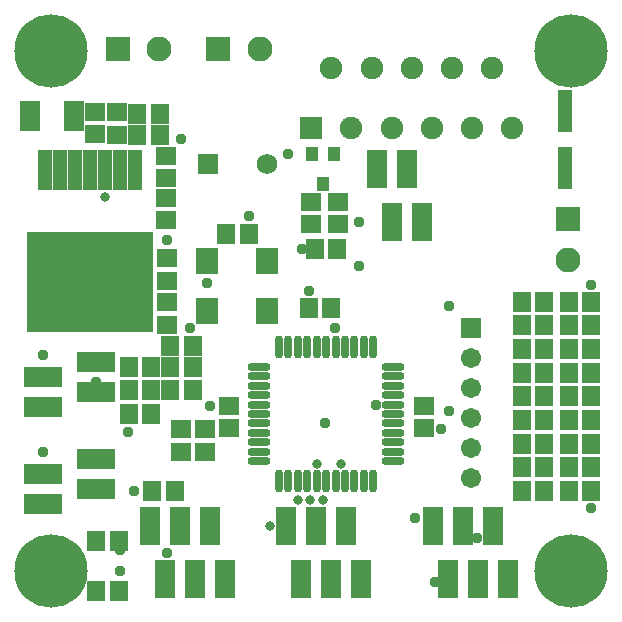
<source format=gts>
G04 Layer_Color=8388736*
%FSLAX25Y25*%
%MOIN*%
G70*
G01*
G75*
%ADD50R,0.12611X0.06706*%
%ADD51R,0.06706X0.12611*%
%ADD52R,0.05918X0.06706*%
%ADD53R,0.06706X0.05918*%
%ADD54R,0.04540X0.13398*%
%ADD55R,0.42139X0.33477*%
%ADD56O,0.02965X0.07690*%
%ADD57O,0.07690X0.02965*%
%ADD58R,0.04343X0.04540*%
%ADD59R,0.04343X0.04540*%
%ADD60R,0.06706X0.10249*%
%ADD61R,0.07800X0.08700*%
%ADD62R,0.04737X0.14186*%
%ADD63R,0.08280X0.08280*%
%ADD64C,0.08280*%
%ADD65R,0.08280X0.08280*%
%ADD66C,0.07493*%
%ADD67R,0.07493X0.07493*%
%ADD68C,0.06800*%
%ADD69R,0.06800X0.06800*%
%ADD70C,0.06706*%
%ADD71R,0.06706X0.06706*%
%ADD72C,0.03753*%
%ADD73C,0.03162*%
%ADD74C,0.24422*%
D50*
X8858Y-163012D02*
D03*
X26575Y-158012D02*
D03*
X8858Y-153012D02*
D03*
X26575Y-148012D02*
D03*
X8858Y-130532D02*
D03*
X26575Y-125531D02*
D03*
X8858Y-120531D02*
D03*
X26575Y-115532D02*
D03*
D51*
X164075Y-187992D02*
D03*
X159075Y-170276D02*
D03*
X154075Y-187992D02*
D03*
X149075Y-170276D02*
D03*
X144075Y-187992D02*
D03*
X139075Y-170276D02*
D03*
X135453Y-68898D02*
D03*
X130453Y-51181D02*
D03*
X125453Y-68898D02*
D03*
X120453Y-51181D02*
D03*
X89862Y-170276D02*
D03*
X94862Y-187992D02*
D03*
X99862Y-170276D02*
D03*
X104862Y-187992D02*
D03*
X109862Y-170276D02*
D03*
X114862Y-187992D02*
D03*
X69587D02*
D03*
X64587Y-170276D02*
D03*
X59587Y-187992D02*
D03*
X54587Y-170276D02*
D03*
X49587Y-187992D02*
D03*
X44587Y-170276D02*
D03*
D52*
X34252Y-191929D02*
D03*
X26772D02*
D03*
X107087Y-77756D02*
D03*
X99606D02*
D03*
X191732Y-158465D02*
D03*
X184252D02*
D03*
X191732Y-150591D02*
D03*
X184252D02*
D03*
X191732Y-142717D02*
D03*
X184252D02*
D03*
X191732Y-134843D02*
D03*
X184252D02*
D03*
X191732Y-119095D02*
D03*
X184252D02*
D03*
X191732Y-111221D02*
D03*
X184252D02*
D03*
X191732Y-103347D02*
D03*
X184252D02*
D03*
X191732Y-95472D02*
D03*
X184252D02*
D03*
X191732Y-126969D02*
D03*
X184252D02*
D03*
X47933Y-32972D02*
D03*
X40453D02*
D03*
X45079Y-132874D02*
D03*
X37598D02*
D03*
Y-125000D02*
D03*
X45079D02*
D03*
X58858D02*
D03*
X51378D02*
D03*
X58858Y-110236D02*
D03*
X51378D02*
D03*
X45079Y-117126D02*
D03*
X37598D02*
D03*
X51378D02*
D03*
X58858D02*
D03*
X168504Y-126969D02*
D03*
X175984D02*
D03*
X175984Y-119095D02*
D03*
X168504D02*
D03*
Y-111221D02*
D03*
X175984D02*
D03*
Y-103347D02*
D03*
X168504D02*
D03*
X168504Y-158465D02*
D03*
X175984D02*
D03*
X175983Y-150589D02*
D03*
X168503D02*
D03*
X168504Y-142717D02*
D03*
X175984D02*
D03*
Y-134843D02*
D03*
X168504D02*
D03*
Y-95472D02*
D03*
X175984D02*
D03*
X40453Y-39862D02*
D03*
X47933D02*
D03*
X34252Y-175197D02*
D03*
X26772D02*
D03*
X45472Y-158465D02*
D03*
X52953D02*
D03*
X70079Y-72835D02*
D03*
X77559D02*
D03*
X97638Y-97441D02*
D03*
X105118D02*
D03*
D53*
X50197Y-95669D02*
D03*
Y-103150D02*
D03*
X98425Y-69685D02*
D03*
Y-62205D02*
D03*
X50000Y-60728D02*
D03*
Y-68209D02*
D03*
X33563Y-32283D02*
D03*
Y-39764D02*
D03*
X107283Y-69685D02*
D03*
Y-62205D02*
D03*
X50197Y-80905D02*
D03*
Y-88386D02*
D03*
X55118Y-145472D02*
D03*
Y-137992D02*
D03*
X62992D02*
D03*
Y-145472D02*
D03*
X26280Y-39665D02*
D03*
Y-32185D02*
D03*
X50000Y-46850D02*
D03*
Y-54331D02*
D03*
X135827Y-137598D02*
D03*
Y-130118D02*
D03*
X70866Y-130118D02*
D03*
Y-137598D02*
D03*
D54*
X39508Y-51673D02*
D03*
X34508D02*
D03*
X29508D02*
D03*
X24508D02*
D03*
X19508D02*
D03*
X14508D02*
D03*
X9508D02*
D03*
D55*
X24508Y-88878D02*
D03*
D56*
X87598Y-155118D02*
D03*
X90748D02*
D03*
X93898D02*
D03*
X97047D02*
D03*
X100197D02*
D03*
X103347D02*
D03*
X106496D02*
D03*
X109646D02*
D03*
X112795D02*
D03*
X115945D02*
D03*
X119095D02*
D03*
Y-110630D02*
D03*
X115945D02*
D03*
X112795D02*
D03*
X109646D02*
D03*
X106496D02*
D03*
X103347D02*
D03*
X100197D02*
D03*
X97047D02*
D03*
X93898D02*
D03*
X90748D02*
D03*
X87598D02*
D03*
D57*
X125591Y-148622D02*
D03*
Y-145472D02*
D03*
Y-142323D02*
D03*
Y-139173D02*
D03*
Y-136024D02*
D03*
Y-132874D02*
D03*
Y-129724D02*
D03*
Y-126575D02*
D03*
Y-123425D02*
D03*
Y-120276D02*
D03*
Y-117126D02*
D03*
X81102D02*
D03*
Y-120276D02*
D03*
Y-123425D02*
D03*
Y-126575D02*
D03*
Y-129724D02*
D03*
Y-132874D02*
D03*
Y-136024D02*
D03*
Y-139173D02*
D03*
Y-142323D02*
D03*
Y-145472D02*
D03*
Y-148622D02*
D03*
D58*
X102362Y-56102D02*
D03*
X106102Y-46260D02*
D03*
D59*
X98622Y-46260D02*
D03*
D60*
X19193Y-33563D02*
D03*
X4626D02*
D03*
D61*
X83661Y-98425D02*
D03*
Y-81925D02*
D03*
X63661Y-98425D02*
D03*
Y-81925D02*
D03*
D62*
X183071Y-50787D02*
D03*
Y-31890D02*
D03*
D63*
X67422Y-11220D02*
D03*
X33957Y-11319D02*
D03*
D64*
X81200Y-11220D02*
D03*
X184055Y-81693D02*
D03*
X47736Y-11319D02*
D03*
D65*
X184055Y-67914D02*
D03*
D66*
X145276Y-17559D02*
D03*
X151969Y-37559D02*
D03*
X158661Y-17559D02*
D03*
X165354Y-37559D02*
D03*
X105118Y-17559D02*
D03*
X111811Y-37559D02*
D03*
X118504Y-17559D02*
D03*
X125197Y-37559D02*
D03*
X131890Y-17559D02*
D03*
X138583Y-37559D02*
D03*
D67*
X98425D02*
D03*
D68*
X83563Y-49409D02*
D03*
D69*
X63878D02*
D03*
D70*
X151575Y-154331D02*
D03*
Y-144331D02*
D03*
Y-134331D02*
D03*
Y-124331D02*
D03*
Y-114331D02*
D03*
D71*
Y-104331D02*
D03*
D72*
X90551Y-46260D02*
D03*
X153543Y-174213D02*
D03*
X5906Y-76772D02*
D03*
Y-82677D02*
D03*
Y-88583D02*
D03*
Y-94488D02*
D03*
Y-100394D02*
D03*
X11811D02*
D03*
Y-94488D02*
D03*
Y-88583D02*
D03*
Y-82677D02*
D03*
Y-76772D02*
D03*
X17717D02*
D03*
Y-82677D02*
D03*
Y-88583D02*
D03*
Y-94488D02*
D03*
Y-100394D02*
D03*
X23622D02*
D03*
Y-94488D02*
D03*
Y-88583D02*
D03*
Y-82677D02*
D03*
Y-76772D02*
D03*
X29528D02*
D03*
Y-82677D02*
D03*
Y-88583D02*
D03*
Y-94488D02*
D03*
Y-100394D02*
D03*
X35433D02*
D03*
Y-94488D02*
D03*
Y-88583D02*
D03*
Y-82677D02*
D03*
X41339Y-100394D02*
D03*
Y-94488D02*
D03*
Y-88583D02*
D03*
Y-82677D02*
D03*
X191732Y-164173D02*
D03*
Y-89764D02*
D03*
X144193Y-96949D02*
D03*
Y-131890D02*
D03*
X55118Y-41339D02*
D03*
X64961Y-173228D02*
D03*
X60039Y-185039D02*
D03*
X34646D02*
D03*
Y-178150D02*
D03*
X50197Y-179133D02*
D03*
X139764Y-188779D02*
D03*
X103150Y-136024D02*
D03*
X58071Y-104331D02*
D03*
X98425Y-69685D02*
D03*
X129921Y-48720D02*
D03*
X106299Y-104331D02*
D03*
X114173Y-83661D02*
D03*
X141732Y-137795D02*
D03*
X133071Y-167520D02*
D03*
X120079Y-129921D02*
D03*
X64764Y-130118D02*
D03*
X39370Y-158465D02*
D03*
X37402Y-138779D02*
D03*
X8858Y-113189D02*
D03*
X26575Y-122047D02*
D03*
X63661Y-89252D02*
D03*
X97638Y-91732D02*
D03*
X77756Y-66929D02*
D03*
X8858Y-145669D02*
D03*
X50197Y-74803D02*
D03*
X95472Y-77756D02*
D03*
X114173Y-68898D02*
D03*
D73*
X84646Y-170276D02*
D03*
X102362Y-161417D02*
D03*
X98130D02*
D03*
X93898D02*
D03*
X114862Y-184153D02*
D03*
X104705Y-184252D02*
D03*
X94488Y-184252D02*
D03*
X108268Y-149606D02*
D03*
X100394D02*
D03*
X29528Y-60532D02*
D03*
D74*
X11811Y-11811D02*
D03*
X185039D02*
D03*
Y-185039D02*
D03*
X11811D02*
D03*
M02*

</source>
